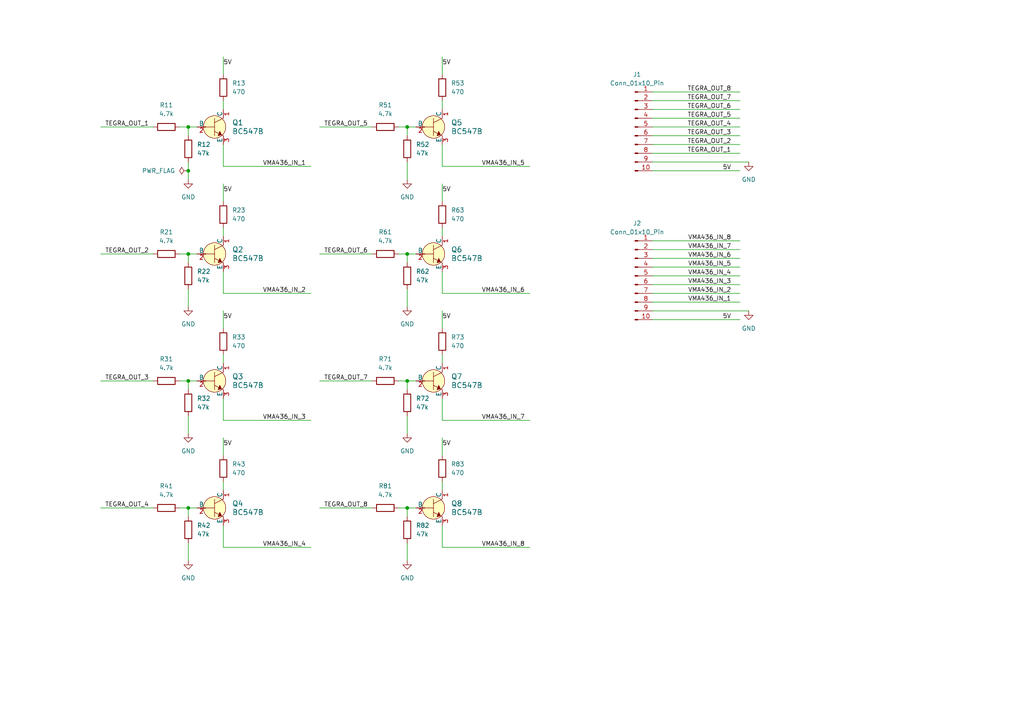
<source format=kicad_sch>
(kicad_sch (version 20230121) (generator eeschema)
  (paper "A4")
  (title_block (title "P3449-B01 GPIO to VMA436 interface") (date "2024-05-20") (rev "1.0") (company "Gilbert François Duivesteijn @ AVA-X"))
  (lib_symbols
    (symbol "Connector:Conn_01x10_Pin" (pin_names (offset 1.016) hide)
      (property "Reference" "J" (at 0 12.7 0))
      (property "Value" "Conn_01x10_Pin" (at 0 -15.24 0))
      (symbol "Conn_01x10_Pin_1_1"
        (polyline (pts (xy 1.27 -12.7) (xy 0.8636 -12.7)) (stroke (width 0.1524)))
        (polyline (pts (xy 1.27 -10.16) (xy 0.8636 -10.16)) (stroke (width 0.1524)))
        (polyline (pts (xy 1.27 -7.62) (xy 0.8636 -7.62)) (stroke (width 0.1524)))
        (polyline (pts (xy 1.27 -5.08) (xy 0.8636 -5.08)) (stroke (width 0.1524)))
        (polyline (pts (xy 1.27 -2.54) (xy 0.8636 -2.54)) (stroke (width 0.1524)))
        (polyline (pts (xy 1.27 0) (xy 0.8636 0)) (stroke (width 0.1524)))
        (polyline (pts (xy 1.27 2.54) (xy 0.8636 2.54)) (stroke (width 0.1524)))
        (polyline (pts (xy 1.27 5.08) (xy 0.8636 5.08)) (stroke (width 0.1524)))
        (polyline (pts (xy 1.27 7.62) (xy 0.8636 7.62)) (stroke (width 0.1524)))
        (polyline (pts (xy 1.27 10.16) (xy 0.8636 10.16)) (stroke (width 0.1524)))
        (rectangle (start 0.8636 -12.573) (end 0 -12.827) (stroke (width 0.1524)) (fill (type outline)))
        (rectangle (start 0.8636 -10.033) (end 0 -10.287) (stroke (width 0.1524)) (fill (type outline)))
        (rectangle (start 0.8636 -7.493) (end 0 -7.747) (stroke (width 0.1524)) (fill (type outline)))
        (rectangle (start 0.8636 -4.953) (end 0 -5.207) (stroke (width 0.1524)) (fill (type outline)))
        (rectangle (start 0.8636 -2.413) (end 0 -2.667) (stroke (width 0.1524)) (fill (type outline)))
        (rectangle (start 0.8636 0.127) (end 0 -0.127) (stroke (width 0.1524)) (fill (type outline)))
        (rectangle (start 0.8636 2.667) (end 0 2.413) (stroke (width 0.1524)) (fill (type outline)))
        (rectangle (start 0.8636 5.207) (end 0 4.953) (stroke (width 0.1524)) (fill (type outline)))
        (rectangle (start 0.8636 7.747) (end 0 7.493) (stroke (width 0.1524)) (fill (type outline)))
        (rectangle (start 0.8636 10.287) (end 0 10.033) (stroke (width 0.1524)) (fill (type outline)))
        (pin passive line (at 5.08 10.16 180) (length 3.81) (name "Pin_1") (number "1"))
        (pin passive line (at 5.08 -12.7 180) (length 3.81) (name "Pin_10") (number "10"))
        (pin passive line (at 5.08 7.62 180) (length 3.81) (name "Pin_2") (number "2"))
        (pin passive line (at 5.08 5.08 180) (length 3.81) (name "Pin_3") (number "3"))
        (pin passive line (at 5.08 2.54 180) (length 3.81) (name "Pin_4") (number "4"))
        (pin passive line (at 5.08 0 180) (length 3.81) (name "Pin_5") (number "5"))
        (pin passive line (at 5.08 -2.54 180) (length 3.81) (name "Pin_6") (number "6"))
        (pin passive line (at 5.08 -5.08 180) (length 3.81) (name "Pin_7") (number "7"))
        (pin passive line (at 5.08 -7.62 180) (length 3.81) (name "Pin_8") (number "8"))
        (pin passive line (at 5.08 -10.16 180) (length 3.81) (name "Pin_9") (number "9"))
      )
    )
    (symbol "Device:R" (pin_numbers hide) (pin_names (offset 0))
      (property "Reference" "R" (at 2.032 0 90))
      (property "Value" "R" (at 0 0 90))
      (symbol "R_0_1"
        (rectangle (start -1.016 -2.54) (end 1.016 2.54) (stroke (width 0.254)))
      )
      (symbol "R_1_1"
        (pin passive line (at 0 3.81 270) (length 1.27) (name "~") (number "1"))
        (pin passive line (at 0 -3.81 90) (length 1.27) (name "~") (number "2"))
      )
    )
    (symbol "dk_Transistors-Bipolar-BJT-Single:BC547BTA" (pin_names (offset 0))
      (property "Reference" "Q" (at -3.2004 4.2164 0))
      (property "Value" "BC547BTA" (at 5.2324 0 90))
      (symbol "BC547BTA_0_1"
        (polyline (pts (xy -3.81 0) (xy -2.54 0)))
        (polyline (pts (xy -3.556 0) (xy 0 0)))
        (polyline (pts (xy 0 -1.27) (xy 2.54 -2.54)))
        (polyline (pts (xy 0 1.27) (xy 2.54 2.54)))
        (polyline (pts (xy 0 2.54) (xy 0 -2.54)))
        (polyline (pts (xy 1.524 -1.27) (xy 2.032 -2.286) (xy 1.016 -2.54) (xy 1.524 -1.27)) (fill (type outline)))
        (circle (center 0 0) (radius 3.2512) (fill (type background)))
      )
      (symbol "BC547BTA_1_1"
        (pin passive line (at 2.54 5.08 270) (length 2.54) (name "C") (number "1"))
        (pin input line (at -5.08 0 0) (length 2.54) (name "B") (number "2"))
        (pin passive line (at 2.54 -5.08 90) (length 2.54) (name "E") (number "3"))
      )
    )
    (symbol "power:GND" (power) (pin_names (offset 0))
      (property "Value" "GND" (at 0 -3.81 0))
      (symbol "GND_0_1"
        (polyline (pts (xy 0 0) (xy 0 -1.27) (xy 1.27 -1.27) (xy 0 -2.54) (xy -1.27 -1.27) (xy 0 -1.27)))
      )
      (symbol "GND_1_1"
        (pin power_in line (at 0 0 270) (length 0) hide (name "GND") (number "1"))
      )
    )
    (symbol "power:PWR_FLAG" (power) (pin_numbers hide) (pin_names (offset 0) hide)
      (property "Value" "PWR_FLAG" (at 0 3.81 0))
      (symbol "PWR_FLAG_0_0"
        (pin power_out line (at 0 0 90) (length 0) (name "pwr") (number "1"))
      )
      (symbol "PWR_FLAG_0_1"
        (polyline (pts (xy 0 0) (xy 0 1.27) (xy -1.016 1.905) (xy 0 2.54) (xy 1.016 1.905) (xy 0 1.27)))
      )
    )
  )
  (junction (at 118.11 147.32))
  (junction (at 54.61 36.83))
  (junction (at 54.61 73.66))
  (junction (at 54.61 147.32))
  (junction (at 118.11 36.83))
  (junction (at 118.11 110.49))
  (junction (at 118.11 73.66))
  (junction (at 54.61 49.53))
  (junction (at 54.61 110.49))
  (wire (pts (xy 54.61 46.99) (xy 54.61 49.53)))
  (wire (pts (xy 54.61 157.48) (xy 54.61 162.56)))
  (wire (pts (xy 189.23 77.47) (xy 214.63 77.47)))
  (wire (pts (xy 54.61 36.83) (xy 57.15 36.83)))
  (wire (pts (xy 189.23 41.91) (xy 214.63 41.91)))
  (wire (pts (xy 189.23 26.67) (xy 214.63 26.67)))
  (wire (pts (xy 189.23 31.75) (xy 214.63 31.75)))
  (wire (pts (xy 64.77 127) (xy 64.77 132.08)))
  (wire (pts (xy 64.77 121.92) (xy 90.17 121.92)))
  (wire (pts (xy 128.27 158.75) (xy 153.67 158.75)))
  (wire (pts (xy 118.11 147.32) (xy 120.65 147.32)))
  (wire (pts (xy 118.11 157.48) (xy 118.11 162.56)))
  (wire (pts (xy 54.61 110.49) (xy 57.15 110.49)))
  (wire (pts (xy 118.11 120.65) (xy 118.11 125.73)))
  (wire (pts (xy 64.77 158.75) (xy 90.17 158.75)))
  (wire (pts (xy 64.77 66.04) (xy 64.77 68.58)))
  (wire (pts (xy 92.71 110.49) (xy 107.95 110.49)))
  (wire (pts (xy 189.23 85.09) (xy 214.63 85.09)))
  (wire (pts (xy 52.07 110.49) (xy 54.61 110.49)))
  (wire (pts (xy 189.23 92.71) (xy 214.63 92.71)))
  (wire (pts (xy 189.23 74.93) (xy 214.63 74.93)))
  (wire (pts (xy 64.77 85.09) (xy 90.17 85.09)))
  (wire (pts (xy 189.23 46.99) (xy 217.17 46.99)))
  (wire (pts (xy 128.27 90.17) (xy 128.27 95.25)))
  (wire (pts (xy 189.23 69.85) (xy 214.63 69.85)))
  (wire (pts (xy 92.71 36.83) (xy 107.95 36.83)))
  (wire (pts (xy 64.77 48.26) (xy 90.17 48.26)))
  (wire (pts (xy 64.77 85.09) (xy 64.77 78.74)))
  (wire (pts (xy 128.27 85.09) (xy 153.67 85.09)))
  (wire (pts (xy 64.77 90.17) (xy 64.77 95.25)))
  (wire (pts (xy 189.23 34.29) (xy 214.63 34.29)))
  (wire (pts (xy 128.27 127) (xy 128.27 132.08)))
  (wire (pts (xy 29.21 73.66) (xy 44.45 73.66)))
  (wire (pts (xy 189.23 87.63) (xy 214.63 87.63)))
  (wire (pts (xy 64.77 139.7) (xy 64.77 142.24)))
  (wire (pts (xy 189.23 29.21) (xy 214.63 29.21)))
  (wire (pts (xy 128.27 158.75) (xy 128.27 152.4)))
  (wire (pts (xy 64.77 53.34) (xy 64.77 58.42)))
  (wire (pts (xy 92.71 147.32) (xy 107.95 147.32)))
  (wire (pts (xy 128.27 48.26) (xy 153.67 48.26)))
  (wire (pts (xy 128.27 66.04) (xy 128.27 68.58)))
  (wire (pts (xy 64.77 102.87) (xy 64.77 105.41)))
  (wire (pts (xy 189.23 82.55) (xy 214.63 82.55)))
  (wire (pts (xy 128.27 29.21) (xy 128.27 31.75)))
  (wire (pts (xy 118.11 36.83) (xy 120.65 36.83)))
  (wire (pts (xy 54.61 83.82) (xy 54.61 88.9)))
  (wire (pts (xy 118.11 147.32) (xy 118.11 149.86)))
  (wire (pts (xy 118.11 110.49) (xy 120.65 110.49)))
  (wire (pts (xy 118.11 83.82) (xy 118.11 88.9)))
  (wire (pts (xy 52.07 73.66) (xy 54.61 73.66)))
  (wire (pts (xy 64.77 121.92) (xy 64.77 115.57)))
  (wire (pts (xy 118.11 73.66) (xy 118.11 76.2)))
  (wire (pts (xy 128.27 121.92) (xy 128.27 115.57)))
  (wire (pts (xy 29.21 110.49) (xy 44.45 110.49)))
  (wire (pts (xy 189.23 49.53) (xy 214.63 49.53)))
  (wire (pts (xy 54.61 120.65) (xy 54.61 125.73)))
  (wire (pts (xy 115.57 110.49) (xy 118.11 110.49)))
  (wire (pts (xy 64.77 16.51) (xy 64.77 21.59)))
  (wire (pts (xy 128.27 139.7) (xy 128.27 142.24)))
  (wire (pts (xy 118.11 46.99) (xy 118.11 52.07)))
  (wire (pts (xy 189.23 36.83) (xy 214.63 36.83)))
  (wire (pts (xy 54.61 147.32) (xy 57.15 147.32)))
  (wire (pts (xy 54.61 147.32) (xy 54.61 149.86)))
  (wire (pts (xy 118.11 36.83) (xy 118.11 39.37)))
  (wire (pts (xy 52.07 147.32) (xy 54.61 147.32)))
  (wire (pts (xy 54.61 36.83) (xy 54.61 39.37)))
  (wire (pts (xy 29.21 36.83) (xy 44.45 36.83)))
  (wire (pts (xy 64.77 29.21) (xy 64.77 31.75)))
  (wire (pts (xy 189.23 72.39) (xy 214.63 72.39)))
  (wire (pts (xy 128.27 85.09) (xy 128.27 78.74)))
  (wire (pts (xy 64.77 158.75) (xy 64.77 152.4)))
  (wire (pts (xy 64.77 48.26) (xy 64.77 41.91)))
  (wire (pts (xy 29.21 147.32) (xy 44.45 147.32)))
  (wire (pts (xy 118.11 110.49) (xy 118.11 113.03)))
  (wire (pts (xy 189.23 90.17) (xy 217.17 90.17)))
  (wire (pts (xy 54.61 110.49) (xy 54.61 113.03)))
  (wire (pts (xy 128.27 102.87) (xy 128.27 105.41)))
  (wire (pts (xy 54.61 73.66) (xy 54.61 76.2)))
  (wire (pts (xy 52.07 36.83) (xy 54.61 36.83)))
  (wire (pts (xy 189.23 39.37) (xy 214.63 39.37)))
  (wire (pts (xy 128.27 53.34) (xy 128.27 58.42)))
  (wire (pts (xy 54.61 73.66) (xy 57.15 73.66)))
  (wire (pts (xy 128.27 16.51) (xy 128.27 21.59)))
  (wire (pts (xy 128.27 121.92) (xy 153.67 121.92)))
  (wire (pts (xy 115.57 147.32) (xy 118.11 147.32)))
  (wire (pts (xy 189.23 44.45) (xy 214.63 44.45)))
  (wire (pts (xy 115.57 36.83) (xy 118.11 36.83)))
  (wire (pts (xy 118.11 73.66) (xy 120.65 73.66)))
  (wire (pts (xy 115.57 73.66) (xy 118.11 73.66)))
  (wire (pts (xy 92.71 73.66) (xy 107.95 73.66)))
  (wire (pts (xy 189.23 80.01) (xy 214.63 80.01)))
  (wire (pts (xy 128.27 48.26) (xy 128.27 41.91)))
  (wire (pts (xy 54.61 49.53) (xy 54.61 52.07)))
  (label "TEGRA_OUT_6" (at 212.09 31.75 180))
  (label "TEGRA_OUT_4" (at 30.48 147.32 0))
  (label "VMA436_IN_3" (at 76.2 121.92 0))
  (label "TEGRA_OUT_2" (at 212.09 41.91 180))
  (label "5V" (at 128.27 92.71 0))
  (label "5V" (at 128.27 55.88 0))
  (label "5V" (at 64.77 19.05 0))
  (label "VMA436_IN_8" (at 139.7 158.75 0))
  (label "TEGRA_OUT_8" (at 93.98 147.32 0))
  (label "VMA436_IN_4" (at 76.2 158.75 0))
  (label "5V" (at 64.77 129.54 0))
  (label "VMA436_IN_2" (at 76.2 85.09 0))
  (label "TEGRA_OUT_1" (at 212.09 44.45 180))
  (label "5V" (at 64.77 55.88 0))
  (label "5V" (at 64.77 92.71 0))
  (label "VMA436_IN_5" (at 212.09 77.47 180))
  (label "5V" (at 212.09 49.53 180))
  (label "VMA436_IN_5" (at 139.7 48.26 0))
  (label "5V" (at 128.27 19.05 0))
  (label "5V" (at 128.27 129.54 0))
  (label "VMA436_IN_6" (at 212.09 74.93 180))
  (label "VMA436_IN_7" (at 212.09 72.39 180))
  (label "TEGRA_OUT_7" (at 212.09 29.21 180))
  (label "VMA436_IN_4" (at 212.09 80.01 180))
  (label "TEGRA_OUT_5" (at 212.09 34.29 180))
  (label "VMA436_IN_6" (at 139.7 85.09 0))
  (label "TEGRA_OUT_5" (at 93.98 36.83 0))
  (label "TEGRA_OUT_7" (at 93.98 110.49 0))
  (label "VMA436_IN_1" (at 212.09 87.63 180))
  (label "TEGRA_OUT_6" (at 93.98 73.66 0))
  (label "TEGRA_OUT_3" (at 30.48 110.49 0))
  (label "TEGRA_OUT_4" (at 212.09 36.83 180))
  (label "TEGRA_OUT_3" (at 212.09 39.37 180))
  (label "VMA436_IN_3" (at 212.09 82.55 180))
  (label "5V" (at 212.09 92.71 180))
  (label "VMA436_IN_2" (at 212.09 85.09 180))
  (label "VMA436_IN_8" (at 212.09 69.85 180))
  (label "TEGRA_OUT_1" (at 30.48 36.83 0))
  (label "TEGRA_OUT_8" (at 212.09 26.67 180))
  (label "TEGRA_OUT_2" (at 30.48 73.66 0))
  (label "VMA436_IN_7" (at 139.7 121.92 0))
  (label "VMA436_IN_1" (at 76.2 48.26 0))
  (symbol (lib_id "power:GND") (at 118.11 125.73 0) (unit 1)
    (property "Reference" "#PWR07" (effects hide))
    (property "Value" "GND" (at 118.11 130.81 0))
  )
  (symbol (lib_id "Device:R") (at 48.26 110.49 90) (unit 1)
    (property "Reference" "R31" (at 48.26 104.14 90))
    (property "Value" "4.7k" (at 48.26 106.68 90))
    (property "Footprint" "Resistor_THT:R_Axial_DIN0204_L3.6mm_D1.6mm_P7.62mm_Horizontal" (effects hide))
  )
  (symbol (lib_id "power:GND") (at 118.11 162.56 0) (unit 1)
    (property "Reference" "#PWR08" (effects hide))
    (property "Value" "GND" (at 118.11 167.64 0))
  )
  (symbol (lib_id "Connector:Conn_01x10_Pin") (at 184.15 80.01 0) (unit 1)
    (property "Reference" "J2" (at 184.785 64.77 0))
    (property "Value" "Conn_01x10_Pin" (at 184.785 67.31 0))
    (property "Footprint" "Connector_PinHeader_2.54mm:PinHeader_1x10_P2.54mm_Vertical" (effects hide))
  )
  (symbol (lib_id "Device:R") (at 64.77 99.06 0) (unit 1)
    (property "Reference" "R33" (at 67.31 97.79 0) (effects (justify left)))
    (property "Value" "470" (at 67.31 100.33 0) (effects (justify left)))
    (property "Footprint" "Resistor_THT:R_Axial_DIN0204_L3.6mm_D1.6mm_P7.62mm_Horizontal" (effects hide))
  )
  (symbol (lib_id "Device:R") (at 118.11 80.01 0) (unit 1)
    (property "Reference" "R62" (at 120.65 78.74 0) (effects (justify left)))
    (property "Value" "47k" (at 120.65 81.28 0) (effects (justify left)))
    (property "Footprint" "Resistor_THT:R_Axial_DIN0204_L3.6mm_D1.6mm_P7.62mm_Horizontal" (effects hide))
  )
  (symbol (lib_id "Device:R") (at 128.27 62.23 0) (unit 1)
    (property "Reference" "R63" (at 130.81 60.96 0) (effects (justify left)))
    (property "Value" "470" (at 130.81 63.5 0) (effects (justify left)))
    (property "Footprint" "Resistor_THT:R_Axial_DIN0204_L3.6mm_D1.6mm_P7.62mm_Horizontal" (effects hide))
  )
  (symbol (lib_id "dk_Transistors-Bipolar-BJT-Single:BC547BTA") (at 125.73 147.32 0) (unit 1)
    (property "Reference" "Q8" (at 130.81 146.05 0) (effects (font (size 1.524 1.524)) (justify left)))
    (property "Value" "BC547B" (at 130.81 148.59 0) (effects (font (size 1.524 1.524)) (justify left)))
    (property "Footprint" "digikey-footprints:TO-92-3_Formed_Leads" (effects hide))
    (property "Datasheet" "https://media.digikey.com/pdf/Data%20Sheets/ON%20Semiconductor%20PDFs/BC546-50.pdf" (effects hide))
    (property "Digi-Key_PN" "BC547BTACT-ND" (effects hide))
    (property "MPN" "BC547BTA" (effects hide))
    (property "Category" "Discrete Semiconductor Products" (effects hide))
    (property "Family" "Transistors - Bipolar (BJT) - Single" (effects hide))
    (property "DK_Datasheet_Link" "https://media.digikey.com/pdf/Data%20Sheets/ON%20Semiconductor%20PDFs/BC546-50.pdf" (effects hide))
    (property "DK_Detail_Page" "/product-detail/en/on-semiconductor/BC547BTA/BC547BTACT-ND/1532789" (effects hide))
    (property "Description" "TRANS NPN 45V 0.1A TO-92" (effects hide))
    (property "Manufacturer" "ON Semiconductor" (effects hide))
    (property "Status" "Active" (effects hide))
  )
  (symbol (lib_id "dk_Transistors-Bipolar-BJT-Single:BC547BTA") (at 62.23 147.32 0) (unit 1)
    (property "Reference" "Q4" (at 67.31 146.05 0) (effects (font (size 1.524 1.524)) (justify left)))
    (property "Value" "BC547B" (at 67.31 148.59 0) (effects (font (size 1.524 1.524)) (justify left)))
    (property "Footprint" "digikey-footprints:TO-92-3_Formed_Leads" (effects hide))
    (property "Datasheet" "https://media.digikey.com/pdf/Data%20Sheets/ON%20Semiconductor%20PDFs/BC546-50.pdf" (effects hide))
    (property "Digi-Key_PN" "BC547BTACT-ND" (effects hide))
    (property "MPN" "BC547BTA" (effects hide))
    (property "Category" "Discrete Semiconductor Products" (effects hide))
    (property "Family" "Transistors - Bipolar (BJT) - Single" (effects hide))
    (property "DK_Datasheet_Link" "https://media.digikey.com/pdf/Data%20Sheets/ON%20Semiconductor%20PDFs/BC546-50.pdf" (effects hide))
    (property "DK_Detail_Page" "/product-detail/en/on-semiconductor/BC547BTA/BC547BTACT-ND/1532789" (effects hide))
    (property "Description" "TRANS NPN 45V 0.1A TO-92" (effects hide))
    (property "Manufacturer" "ON Semiconductor" (effects hide))
    (property "Status" "Active" (effects hide))
  )
  (symbol (lib_id "Device:R") (at 128.27 99.06 0) (unit 1)
    (property "Reference" "R73" (at 130.81 97.79 0) (effects (justify left)))
    (property "Value" "470" (at 130.81 100.33 0) (effects (justify left)))
    (property "Footprint" "Resistor_THT:R_Axial_DIN0204_L3.6mm_D1.6mm_P7.62mm_Horizontal" (effects hide))
  )
  (symbol (lib_id "Device:R") (at 111.76 110.49 90) (unit 1)
    (property "Reference" "R71" (at 111.76 104.14 90))
    (property "Value" "4.7k" (at 111.76 106.68 90))
    (property "Footprint" "Resistor_THT:R_Axial_DIN0204_L3.6mm_D1.6mm_P7.62mm_Horizontal" (effects hide))
  )
  (symbol (lib_id "Device:R") (at 64.77 135.89 0) (unit 1)
    (property "Reference" "R43" (at 67.31 134.62 0) (effects (justify left)))
    (property "Value" "470" (at 67.31 137.16 0) (effects (justify left)))
    (property "Footprint" "Resistor_THT:R_Axial_DIN0204_L3.6mm_D1.6mm_P7.62mm_Horizontal" (effects hide))
  )
  (symbol (lib_id "Device:R") (at 118.11 116.84 0) (unit 1)
    (property "Reference" "R72" (at 120.65 115.57 0) (effects (justify left)))
    (property "Value" "47k" (at 120.65 118.11 0) (effects (justify left)))
    (property "Footprint" "Resistor_THT:R_Axial_DIN0204_L3.6mm_D1.6mm_P7.62mm_Horizontal" (effects hide))
  )
  (symbol (lib_id "Device:R") (at 111.76 147.32 90) (unit 1)
    (property "Reference" "R81" (at 111.76 140.97 90))
    (property "Value" "4.7k" (at 111.76 143.51 90))
    (property "Footprint" "Resistor_THT:R_Axial_DIN0204_L3.6mm_D1.6mm_P7.62mm_Horizontal" (effects hide))
  )
  (symbol (lib_id "Device:R") (at 111.76 36.83 90) (unit 1)
    (property "Reference" "R51" (at 111.76 30.48 90))
    (property "Value" "4.7k" (at 111.76 33.02 90))
    (property "Footprint" "Resistor_THT:R_Axial_DIN0204_L3.6mm_D1.6mm_P7.62mm_Horizontal" (effects hide))
  )
  (symbol (lib_id "Device:R") (at 54.61 43.18 0) (unit 1)
    (property "Reference" "R12" (at 57.15 41.91 0) (effects (justify left)))
    (property "Value" "47k" (at 57.15 44.45 0) (effects (justify left)))
    (property "Footprint" "Resistor_THT:R_Axial_DIN0204_L3.6mm_D1.6mm_P7.62mm_Horizontal" (effects hide))
  )
  (symbol (lib_id "power:GND") (at 54.61 52.07 0) (unit 1)
    (property "Reference" "#PWR01" (effects hide))
    (property "Value" "GND" (at 54.61 57.15 0))
  )
  (symbol (lib_id "power:GND") (at 217.17 46.99 0) (unit 1)
    (property "Reference" "#PWR09" (effects hide))
    (property "Value" "GND" (at 217.17 52.07 0))
  )
  (symbol (lib_id "Device:R") (at 111.76 73.66 90) (unit 1)
    (property "Reference" "R61" (at 111.76 67.31 90))
    (property "Value" "4.7k" (at 111.76 69.85 90))
    (property "Footprint" "Resistor_THT:R_Axial_DIN0204_L3.6mm_D1.6mm_P7.62mm_Horizontal" (effects hide))
  )
  (symbol (lib_id "power:GND") (at 118.11 52.07 0) (unit 1)
    (property "Reference" "#PWR05" (effects hide))
    (property "Value" "GND" (at 118.11 57.15 0))
  )
  (symbol (lib_id "Device:R") (at 48.26 36.83 90) (unit 1)
    (property "Reference" "R11" (at 48.26 30.48 90))
    (property "Value" "4.7k" (at 48.26 33.02 90))
    (property "Footprint" "Resistor_THT:R_Axial_DIN0204_L3.6mm_D1.6mm_P7.62mm_Horizontal" (effects hide))
  )
  (symbol (lib_id "power:PWR_FLAG") (at 54.61 49.53 90) (unit 1)
    (property "Reference" "#FLG01" (effects hide))
    (property "Value" "PWR_FLAG" (at 50.8 49.53 90) (effects (justify left)))
  )
  (symbol (lib_id "Device:R") (at 118.11 43.18 0) (unit 1)
    (property "Reference" "R52" (at 120.65 41.91 0) (effects (justify left)))
    (property "Value" "47k" (at 120.65 44.45 0) (effects (justify left)))
    (property "Footprint" "Resistor_THT:R_Axial_DIN0204_L3.6mm_D1.6mm_P7.62mm_Horizontal" (effects hide))
  )
  (symbol (lib_id "dk_Transistors-Bipolar-BJT-Single:BC547BTA") (at 62.23 73.66 0) (unit 1)
    (property "Reference" "Q2" (at 67.31 72.39 0) (effects (font (size 1.524 1.524)) (justify left)))
    (property "Value" "BC547B" (at 67.31 74.93 0) (effects (font (size 1.524 1.524)) (justify left)))
    (property "Footprint" "digikey-footprints:TO-92-3_Formed_Leads" (effects hide))
    (property "Datasheet" "https://media.digikey.com/pdf/Data%20Sheets/ON%20Semiconductor%20PDFs/BC546-50.pdf" (effects hide))
    (property "Digi-Key_PN" "BC547BTACT-ND" (effects hide))
    (property "MPN" "BC547BTA" (effects hide))
    (property "Category" "Discrete Semiconductor Products" (effects hide))
    (property "Family" "Transistors - Bipolar (BJT) - Single" (effects hide))
    (property "DK_Datasheet_Link" "https://media.digikey.com/pdf/Data%20Sheets/ON%20Semiconductor%20PDFs/BC546-50.pdf" (effects hide))
    (property "DK_Detail_Page" "/product-detail/en/on-semiconductor/BC547BTA/BC547BTACT-ND/1532789" (effects hide))
    (property "Description" "TRANS NPN 45V 0.1A TO-92" (effects hide))
    (property "Manufacturer" "ON Semiconductor" (effects hide))
    (property "Status" "Active" (effects hide))
  )
  (symbol (lib_id "Device:R") (at 48.26 73.66 90) (unit 1)
    (property "Reference" "R21" (at 48.26 67.31 90))
    (property "Value" "4.7k" (at 48.26 69.85 90))
    (property "Footprint" "Resistor_THT:R_Axial_DIN0204_L3.6mm_D1.6mm_P7.62mm_Horizontal" (effects hide))
  )
  (symbol (lib_id "dk_Transistors-Bipolar-BJT-Single:BC547BTA") (at 62.23 36.83 0) (unit 1)
    (property "Reference" "Q1" (at 67.31 35.56 0) (effects (font (size 1.524 1.524)) (justify left)))
    (property "Value" "BC547B" (at 67.31 38.1 0) (effects (font (size 1.524 1.524)) (justify left)))
    (property "Footprint" "digikey-footprints:TO-92-3_Formed_Leads" (effects hide))
    (property "Datasheet" "https://media.digikey.com/pdf/Data%20Sheets/ON%20Semiconductor%20PDFs/BC546-50.pdf" (effects hide))
    (property "Digi-Key_PN" "BC547BTACT-ND" (effects hide))
    (property "MPN" "BC547BTA" (effects hide))
    (property "Category" "Discrete Semiconductor Products" (effects hide))
    (property "Family" "Transistors - Bipolar (BJT) - Single" (effects hide))
    (property "DK_Datasheet_Link" "https://media.digikey.com/pdf/Data%20Sheets/ON%20Semiconductor%20PDFs/BC546-50.pdf" (effects hide))
    (property "DK_Detail_Page" "/product-detail/en/on-semiconductor/BC547BTA/BC547BTACT-ND/1532789" (effects hide))
    (property "Description" "TRANS NPN 45V 0.1A TO-92" (effects hide))
    (property "Manufacturer" "ON Semiconductor" (effects hide))
    (property "Status" "Active" (effects hide))
  )
  (symbol (lib_id "Device:R") (at 54.61 80.01 0) (unit 1)
    (property "Reference" "R22" (at 57.15 78.74 0) (effects (justify left)))
    (property "Value" "47k" (at 57.15 81.28 0) (effects (justify left)))
    (property "Footprint" "Resistor_THT:R_Axial_DIN0204_L3.6mm_D1.6mm_P7.62mm_Horizontal" (effects hide))
  )
  (symbol (lib_id "Device:R") (at 128.27 25.4 0) (unit 1)
    (property "Reference" "R53" (at 130.81 24.13 0) (effects (justify left)))
    (property "Value" "470" (at 130.81 26.67 0) (effects (justify left)))
    (property "Footprint" "Resistor_THT:R_Axial_DIN0204_L3.6mm_D1.6mm_P7.62mm_Horizontal" (effects hide))
  )
  (symbol (lib_id "Connector:Conn_01x10_Pin") (at 184.15 36.83 0) (unit 1)
    (property "Reference" "J1" (at 184.785 21.59 0))
    (property "Value" "Conn_01x10_Pin" (at 184.785 24.13 0))
    (property "Footprint" "Connector_PinHeader_2.54mm:PinHeader_1x10_P2.54mm_Vertical" (effects hide))
  )
  (symbol (lib_id "Device:R") (at 118.11 153.67 0) (unit 1)
    (property "Reference" "R82" (at 120.65 152.4 0) (effects (justify left)))
    (property "Value" "47k" (at 120.65 154.94 0) (effects (justify left)))
    (property "Footprint" "Resistor_THT:R_Axial_DIN0204_L3.6mm_D1.6mm_P7.62mm_Horizontal" (effects hide))
  )
  (symbol (lib_id "Device:R") (at 48.26 147.32 90) (unit 1)
    (property "Reference" "R41" (at 48.26 140.97 90))
    (property "Value" "4.7k" (at 48.26 143.51 90))
    (property "Footprint" "Resistor_THT:R_Axial_DIN0204_L3.6mm_D1.6mm_P7.62mm_Horizontal" (effects hide))
  )
  (symbol (lib_id "Device:R") (at 54.61 153.67 0) (unit 1)
    (property "Reference" "R42" (at 57.15 152.4 0) (effects (justify left)))
    (property "Value" "47k" (at 57.15 154.94 0) (effects (justify left)))
    (property "Footprint" "Resistor_THT:R_Axial_DIN0204_L3.6mm_D1.6mm_P7.62mm_Horizontal" (effects hide))
  )
  (symbol (lib_id "power:GND") (at 217.17 90.17 0) (unit 1)
    (property "Reference" "#PWR010" (effects hide))
    (property "Value" "GND" (at 217.17 95.25 0))
  )
  (symbol (lib_id "power:GND") (at 118.11 88.9 0) (unit 1)
    (property "Reference" "#PWR06" (effects hide))
    (property "Value" "GND" (at 118.11 93.98 0))
  )
  (symbol (lib_id "dk_Transistors-Bipolar-BJT-Single:BC547BTA") (at 62.23 110.49 0) (unit 1)
    (property "Reference" "Q3" (at 67.31 109.22 0) (effects (font (size 1.524 1.524)) (justify left)))
    (property "Value" "BC547B" (at 67.31 111.76 0) (effects (font (size 1.524 1.524)) (justify left)))
    (property "Footprint" "digikey-footprints:TO-92-3_Formed_Leads" (effects hide))
    (property "Datasheet" "https://media.digikey.com/pdf/Data%20Sheets/ON%20Semiconductor%20PDFs/BC546-50.pdf" (effects hide))
    (property "Digi-Key_PN" "BC547BTACT-ND" (effects hide))
    (property "MPN" "BC547BTA" (effects hide))
    (property "Category" "Discrete Semiconductor Products" (effects hide))
    (property "Family" "Transistors - Bipolar (BJT) - Single" (effects hide))
    (property "DK_Datasheet_Link" "https://media.digikey.com/pdf/Data%20Sheets/ON%20Semiconductor%20PDFs/BC546-50.pdf" (effects hide))
    (property "DK_Detail_Page" "/product-detail/en/on-semiconductor/BC547BTA/BC547BTACT-ND/1532789" (effects hide))
    (property "Description" "TRANS NPN 45V 0.1A TO-92" (effects hide))
    (property "Manufacturer" "ON Semiconductor" (effects hide))
    (property "Status" "Active" (effects hide))
  )
  (symbol (lib_id "Device:R") (at 64.77 25.4 0) (unit 1)
    (property "Reference" "R13" (at 67.31 24.13 0) (effects (justify left)))
    (property "Value" "470" (at 67.31 26.67 0) (effects (justify left)))
    (property "Footprint" "Resistor_THT:R_Axial_DIN0204_L3.6mm_D1.6mm_P7.62mm_Horizontal" (effects hide))
  )
  (symbol (lib_id "Device:R") (at 64.77 62.23 0) (unit 1)
    (property "Reference" "R23" (at 67.31 60.96 0) (effects (justify left)))
    (property "Value" "470" (at 67.31 63.5 0) (effects (justify left)))
    (property "Footprint" "Resistor_THT:R_Axial_DIN0204_L3.6mm_D1.6mm_P7.62mm_Horizontal" (effects hide))
  )
  (symbol (lib_id "Device:R") (at 128.27 135.89 0) (unit 1)
    (property "Reference" "R83" (at 130.81 134.62 0) (effects (justify left)))
    (property "Value" "470" (at 130.81 137.16 0) (effects (justify left)))
    (property "Footprint" "Resistor_THT:R_Axial_DIN0204_L3.6mm_D1.6mm_P7.62mm_Horizontal" (effects hide))
  )
  (symbol (lib_id "power:GND") (at 54.61 125.73 0) (unit 1)
    (property "Reference" "#PWR03" (effects hide))
    (property "Value" "GND" (at 54.61 130.81 0))
  )
  (symbol (lib_id "power:GND") (at 54.61 162.56 0) (unit 1)
    (property "Reference" "#PWR04" (effects hide))
    (property "Value" "GND" (at 54.61 167.64 0))
  )
  (symbol (lib_id "dk_Transistors-Bipolar-BJT-Single:BC547BTA") (at 125.73 73.66 0) (unit 1)
    (property "Reference" "Q6" (at 130.81 72.39 0) (effects (font (size 1.524 1.524)) (justify left)))
    (property "Value" "BC547B" (at 130.81 74.93 0) (effects (font (size 1.524 1.524)) (justify left)))
    (property "Footprint" "digikey-footprints:TO-92-3_Formed_Leads" (effects hide))
    (property "Datasheet" "https://media.digikey.com/pdf/Data%20Sheets/ON%20Semiconductor%20PDFs/BC546-50.pdf" (effects hide))
    (property "Digi-Key_PN" "BC547BTACT-ND" (effects hide))
    (property "MPN" "BC547BTA" (effects hide))
    (property "Category" "Discrete Semiconductor Products" (effects hide))
    (property "Family" "Transistors - Bipolar (BJT) - Single" (effects hide))
    (property "DK_Datasheet_Link" "https://media.digikey.com/pdf/Data%20Sheets/ON%20Semiconductor%20PDFs/BC546-50.pdf" (effects hide))
    (property "DK_Detail_Page" "/product-detail/en/on-semiconductor/BC547BTA/BC547BTACT-ND/1532789" (effects hide))
    (property "Description" "TRANS NPN 45V 0.1A TO-92" (effects hide))
    (property "Manufacturer" "ON Semiconductor" (effects hide))
    (property "Status" "Active" (effects hide))
  )
  (symbol (lib_id "power:GND") (at 54.61 88.9 0) (unit 1)
    (property "Reference" "#PWR02" (effects hide))
    (property "Value" "GND" (at 54.61 93.98 0))
  )
  (symbol (lib_id "Device:R") (at 54.61 116.84 0) (unit 1)
    (property "Reference" "R32" (at 57.15 115.57 0) (effects (justify left)))
    (property "Value" "47k" (at 57.15 118.11 0) (effects (justify left)))
    (property "Footprint" "Resistor_THT:R_Axial_DIN0204_L3.6mm_D1.6mm_P7.62mm_Horizontal" (effects hide))
  )
  (symbol (lib_id "dk_Transistors-Bipolar-BJT-Single:BC547BTA") (at 125.73 110.49 0) (unit 1)
    (property "Reference" "Q7" (at 130.81 109.22 0) (effects (font (size 1.524 1.524)) (justify left)))
    (property "Value" "BC547B" (at 130.81 111.76 0) (effects (font (size 1.524 1.524)) (justify left)))
    (property "Footprint" "digikey-footprints:TO-92-3_Formed_Leads" (effects hide))
    (property "Datasheet" "https://media.digikey.com/pdf/Data%20Sheets/ON%20Semiconductor%20PDFs/BC546-50.pdf" (effects hide))
    (property "Digi-Key_PN" "BC547BTACT-ND" (effects hide))
    (property "MPN" "BC547BTA" (effects hide))
    (property "Category" "Discrete Semiconductor Products" (effects hide))
    (property "Family" "Transistors - Bipolar (BJT) - Single" (effects hide))
    (property "DK_Datasheet_Link" "https://media.digikey.com/pdf/Data%20Sheets/ON%20Semiconductor%20PDFs/BC546-50.pdf" (effects hide))
    (property "DK_Detail_Page" "/product-detail/en/on-semiconductor/BC547BTA/BC547BTACT-ND/1532789" (effects hide))
    (property "Description" "TRANS NPN 45V 0.1A TO-92" (effects hide))
    (property "Manufacturer" "ON Semiconductor" (effects hide))
    (property "Status" "Active" (effects hide))
  )
  (symbol (lib_id "dk_Transistors-Bipolar-BJT-Single:BC547BTA") (at 125.73 36.83 0) (unit 1)
    (property "Reference" "Q5" (at 130.81 35.56 0) (effects (font (size 1.524 1.524)) (justify left)))
    (property "Value" "BC547B" (at 130.81 38.1 0) (effects (font (size 1.524 1.524)) (justify left)))
    (property "Footprint" "digikey-footprints:TO-92-3_Formed_Leads" (effects hide))
    (property "Datasheet" "https://media.digikey.com/pdf/Data%20Sheets/ON%20Semiconductor%20PDFs/BC546-50.pdf" (effects hide))
    (property "Digi-Key_PN" "BC547BTACT-ND" (effects hide))
    (property "MPN" "BC547BTA" (effects hide))
    (property "Category" "Discrete Semiconductor Products" (effects hide))
    (property "Family" "Transistors - Bipolar (BJT) - Single" (effects hide))
    (property "DK_Datasheet_Link" "https://media.digikey.com/pdf/Data%20Sheets/ON%20Semiconductor%20PDFs/BC546-50.pdf" (effects hide))
    (property "DK_Detail_Page" "/product-detail/en/on-semiconductor/BC547BTA/BC547BTACT-ND/1532789" (effects hide))
    (property "Description" "TRANS NPN 45V 0.1A TO-92" (effects hide))
    (property "Manufacturer" "ON Semiconductor" (effects hide))
    (property "Status" "Active" (effects hide))
  )
)
</source>
